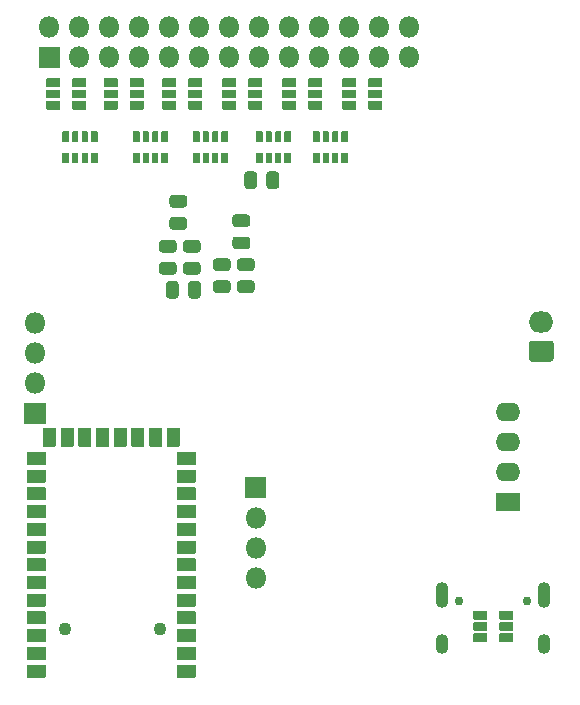
<source format=gbr>
%TF.GenerationSoftware,KiCad,Pcbnew,5.1.7-a382d34a8~88~ubuntu20.04.1*%
%TF.CreationDate,2021-01-11T19:53:58+01:00*%
%TF.ProjectId,BioElectricalSensor,42696f45-6c65-4637-9472-6963616c5365,rev?*%
%TF.SameCoordinates,Original*%
%TF.FileFunction,Soldermask,Bot*%
%TF.FilePolarity,Negative*%
%FSLAX46Y46*%
G04 Gerber Fmt 4.6, Leading zero omitted, Abs format (unit mm)*
G04 Created by KiCad (PCBNEW 5.1.7-a382d34a8~88~ubuntu20.04.1) date 2021-01-11 19:53:58*
%MOMM*%
%LPD*%
G01*
G04 APERTURE LIST*
%ADD10C,1.100000*%
%ADD11O,2.100000X1.800000*%
%ADD12O,1.800000X1.800000*%
%ADD13O,1.100000X2.200000*%
%ADD14C,0.750000*%
%ADD15O,1.100000X1.700000*%
%ADD16O,2.100000X1.600000*%
G04 APERTURE END LIST*
D10*
%TO.C,J5*%
X65164160Y-78439080D03*
X73164160Y-78439080D03*
%TD*%
D11*
%TO.C,BT1*%
X105483660Y-52432580D03*
G36*
G01*
X106268955Y-55832580D02*
X104698365Y-55832580D01*
G75*
G02*
X104433660Y-55567875I0J264705D01*
G01*
X104433660Y-54297285D01*
G75*
G02*
X104698365Y-54032580I264705J0D01*
G01*
X106268955Y-54032580D01*
G75*
G02*
X106533660Y-54297285I0J-264705D01*
G01*
X106533660Y-55567875D01*
G75*
G02*
X106268955Y-55832580I-264705J0D01*
G01*
G37*
%TD*%
%TO.C,U17*%
G36*
G01*
X61927660Y-82513080D02*
X61927660Y-81513080D01*
G75*
G02*
X61977660Y-81463080I50000J0D01*
G01*
X63477660Y-81463080D01*
G75*
G02*
X63527660Y-81513080I0J-50000D01*
G01*
X63527660Y-82513080D01*
G75*
G02*
X63477660Y-82563080I-50000J0D01*
G01*
X61977660Y-82563080D01*
G75*
G02*
X61927660Y-82513080I0J50000D01*
G01*
G37*
G36*
G01*
X61927660Y-81013080D02*
X61927660Y-80013080D01*
G75*
G02*
X61977660Y-79963080I50000J0D01*
G01*
X63477660Y-79963080D01*
G75*
G02*
X63527660Y-80013080I0J-50000D01*
G01*
X63527660Y-81013080D01*
G75*
G02*
X63477660Y-81063080I-50000J0D01*
G01*
X61977660Y-81063080D01*
G75*
G02*
X61927660Y-81013080I0J50000D01*
G01*
G37*
G36*
G01*
X61927660Y-79513080D02*
X61927660Y-78513080D01*
G75*
G02*
X61977660Y-78463080I50000J0D01*
G01*
X63477660Y-78463080D01*
G75*
G02*
X63527660Y-78513080I0J-50000D01*
G01*
X63527660Y-79513080D01*
G75*
G02*
X63477660Y-79563080I-50000J0D01*
G01*
X61977660Y-79563080D01*
G75*
G02*
X61927660Y-79513080I0J50000D01*
G01*
G37*
G36*
G01*
X61927660Y-78013080D02*
X61927660Y-77013080D01*
G75*
G02*
X61977660Y-76963080I50000J0D01*
G01*
X63477660Y-76963080D01*
G75*
G02*
X63527660Y-77013080I0J-50000D01*
G01*
X63527660Y-78013080D01*
G75*
G02*
X63477660Y-78063080I-50000J0D01*
G01*
X61977660Y-78063080D01*
G75*
G02*
X61927660Y-78013080I0J50000D01*
G01*
G37*
G36*
G01*
X61927660Y-76513080D02*
X61927660Y-75513080D01*
G75*
G02*
X61977660Y-75463080I50000J0D01*
G01*
X63477660Y-75463080D01*
G75*
G02*
X63527660Y-75513080I0J-50000D01*
G01*
X63527660Y-76513080D01*
G75*
G02*
X63477660Y-76563080I-50000J0D01*
G01*
X61977660Y-76563080D01*
G75*
G02*
X61927660Y-76513080I0J50000D01*
G01*
G37*
G36*
G01*
X61927660Y-75013080D02*
X61927660Y-74013080D01*
G75*
G02*
X61977660Y-73963080I50000J0D01*
G01*
X63477660Y-73963080D01*
G75*
G02*
X63527660Y-74013080I0J-50000D01*
G01*
X63527660Y-75013080D01*
G75*
G02*
X63477660Y-75063080I-50000J0D01*
G01*
X61977660Y-75063080D01*
G75*
G02*
X61927660Y-75013080I0J50000D01*
G01*
G37*
G36*
G01*
X61927660Y-73513080D02*
X61927660Y-72513080D01*
G75*
G02*
X61977660Y-72463080I50000J0D01*
G01*
X63477660Y-72463080D01*
G75*
G02*
X63527660Y-72513080I0J-50000D01*
G01*
X63527660Y-73513080D01*
G75*
G02*
X63477660Y-73563080I-50000J0D01*
G01*
X61977660Y-73563080D01*
G75*
G02*
X61927660Y-73513080I0J50000D01*
G01*
G37*
G36*
G01*
X61927660Y-72013080D02*
X61927660Y-71013080D01*
G75*
G02*
X61977660Y-70963080I50000J0D01*
G01*
X63477660Y-70963080D01*
G75*
G02*
X63527660Y-71013080I0J-50000D01*
G01*
X63527660Y-72013080D01*
G75*
G02*
X63477660Y-72063080I-50000J0D01*
G01*
X61977660Y-72063080D01*
G75*
G02*
X61927660Y-72013080I0J50000D01*
G01*
G37*
G36*
G01*
X61927660Y-70513080D02*
X61927660Y-69513080D01*
G75*
G02*
X61977660Y-69463080I50000J0D01*
G01*
X63477660Y-69463080D01*
G75*
G02*
X63527660Y-69513080I0J-50000D01*
G01*
X63527660Y-70513080D01*
G75*
G02*
X63477660Y-70563080I-50000J0D01*
G01*
X61977660Y-70563080D01*
G75*
G02*
X61927660Y-70513080I0J50000D01*
G01*
G37*
G36*
G01*
X61927660Y-69013080D02*
X61927660Y-68013080D01*
G75*
G02*
X61977660Y-67963080I50000J0D01*
G01*
X63477660Y-67963080D01*
G75*
G02*
X63527660Y-68013080I0J-50000D01*
G01*
X63527660Y-69013080D01*
G75*
G02*
X63477660Y-69063080I-50000J0D01*
G01*
X61977660Y-69063080D01*
G75*
G02*
X61927660Y-69013080I0J50000D01*
G01*
G37*
G36*
G01*
X61927660Y-67513080D02*
X61927660Y-66513080D01*
G75*
G02*
X61977660Y-66463080I50000J0D01*
G01*
X63477660Y-66463080D01*
G75*
G02*
X63527660Y-66513080I0J-50000D01*
G01*
X63527660Y-67513080D01*
G75*
G02*
X63477660Y-67563080I-50000J0D01*
G01*
X61977660Y-67563080D01*
G75*
G02*
X61927660Y-67513080I0J50000D01*
G01*
G37*
G36*
G01*
X61927660Y-66013080D02*
X61927660Y-65013080D01*
G75*
G02*
X61977660Y-64963080I50000J0D01*
G01*
X63477660Y-64963080D01*
G75*
G02*
X63527660Y-65013080I0J-50000D01*
G01*
X63527660Y-66013080D01*
G75*
G02*
X63477660Y-66063080I-50000J0D01*
G01*
X61977660Y-66063080D01*
G75*
G02*
X61927660Y-66013080I0J50000D01*
G01*
G37*
G36*
G01*
X61927660Y-64513080D02*
X61927660Y-63513080D01*
G75*
G02*
X61977660Y-63463080I50000J0D01*
G01*
X63477660Y-63463080D01*
G75*
G02*
X63527660Y-63513080I0J-50000D01*
G01*
X63527660Y-64513080D01*
G75*
G02*
X63477660Y-64563080I-50000J0D01*
G01*
X61977660Y-64563080D01*
G75*
G02*
X61927660Y-64513080I0J50000D01*
G01*
G37*
G36*
G01*
X74627660Y-64513080D02*
X74627660Y-63513080D01*
G75*
G02*
X74677660Y-63463080I50000J0D01*
G01*
X76177660Y-63463080D01*
G75*
G02*
X76227660Y-63513080I0J-50000D01*
G01*
X76227660Y-64513080D01*
G75*
G02*
X76177660Y-64563080I-50000J0D01*
G01*
X74677660Y-64563080D01*
G75*
G02*
X74627660Y-64513080I0J50000D01*
G01*
G37*
G36*
G01*
X74627660Y-66013080D02*
X74627660Y-65013080D01*
G75*
G02*
X74677660Y-64963080I50000J0D01*
G01*
X76177660Y-64963080D01*
G75*
G02*
X76227660Y-65013080I0J-50000D01*
G01*
X76227660Y-66013080D01*
G75*
G02*
X76177660Y-66063080I-50000J0D01*
G01*
X74677660Y-66063080D01*
G75*
G02*
X74627660Y-66013080I0J50000D01*
G01*
G37*
G36*
G01*
X74627660Y-67513080D02*
X74627660Y-66513080D01*
G75*
G02*
X74677660Y-66463080I50000J0D01*
G01*
X76177660Y-66463080D01*
G75*
G02*
X76227660Y-66513080I0J-50000D01*
G01*
X76227660Y-67513080D01*
G75*
G02*
X76177660Y-67563080I-50000J0D01*
G01*
X74677660Y-67563080D01*
G75*
G02*
X74627660Y-67513080I0J50000D01*
G01*
G37*
G36*
G01*
X74627660Y-69013080D02*
X74627660Y-68013080D01*
G75*
G02*
X74677660Y-67963080I50000J0D01*
G01*
X76177660Y-67963080D01*
G75*
G02*
X76227660Y-68013080I0J-50000D01*
G01*
X76227660Y-69013080D01*
G75*
G02*
X76177660Y-69063080I-50000J0D01*
G01*
X74677660Y-69063080D01*
G75*
G02*
X74627660Y-69013080I0J50000D01*
G01*
G37*
G36*
G01*
X74627660Y-70513080D02*
X74627660Y-69513080D01*
G75*
G02*
X74677660Y-69463080I50000J0D01*
G01*
X76177660Y-69463080D01*
G75*
G02*
X76227660Y-69513080I0J-50000D01*
G01*
X76227660Y-70513080D01*
G75*
G02*
X76177660Y-70563080I-50000J0D01*
G01*
X74677660Y-70563080D01*
G75*
G02*
X74627660Y-70513080I0J50000D01*
G01*
G37*
G36*
G01*
X74627660Y-72013080D02*
X74627660Y-71013080D01*
G75*
G02*
X74677660Y-70963080I50000J0D01*
G01*
X76177660Y-70963080D01*
G75*
G02*
X76227660Y-71013080I0J-50000D01*
G01*
X76227660Y-72013080D01*
G75*
G02*
X76177660Y-72063080I-50000J0D01*
G01*
X74677660Y-72063080D01*
G75*
G02*
X74627660Y-72013080I0J50000D01*
G01*
G37*
G36*
G01*
X74627660Y-73513080D02*
X74627660Y-72513080D01*
G75*
G02*
X74677660Y-72463080I50000J0D01*
G01*
X76177660Y-72463080D01*
G75*
G02*
X76227660Y-72513080I0J-50000D01*
G01*
X76227660Y-73513080D01*
G75*
G02*
X76177660Y-73563080I-50000J0D01*
G01*
X74677660Y-73563080D01*
G75*
G02*
X74627660Y-73513080I0J50000D01*
G01*
G37*
G36*
G01*
X74627660Y-75013080D02*
X74627660Y-74013080D01*
G75*
G02*
X74677660Y-73963080I50000J0D01*
G01*
X76177660Y-73963080D01*
G75*
G02*
X76227660Y-74013080I0J-50000D01*
G01*
X76227660Y-75013080D01*
G75*
G02*
X76177660Y-75063080I-50000J0D01*
G01*
X74677660Y-75063080D01*
G75*
G02*
X74627660Y-75013080I0J50000D01*
G01*
G37*
G36*
G01*
X74627660Y-76513080D02*
X74627660Y-75513080D01*
G75*
G02*
X74677660Y-75463080I50000J0D01*
G01*
X76177660Y-75463080D01*
G75*
G02*
X76227660Y-75513080I0J-50000D01*
G01*
X76227660Y-76513080D01*
G75*
G02*
X76177660Y-76563080I-50000J0D01*
G01*
X74677660Y-76563080D01*
G75*
G02*
X74627660Y-76513080I0J50000D01*
G01*
G37*
G36*
G01*
X74627660Y-78013080D02*
X74627660Y-77013080D01*
G75*
G02*
X74677660Y-76963080I50000J0D01*
G01*
X76177660Y-76963080D01*
G75*
G02*
X76227660Y-77013080I0J-50000D01*
G01*
X76227660Y-78013080D01*
G75*
G02*
X76177660Y-78063080I-50000J0D01*
G01*
X74677660Y-78063080D01*
G75*
G02*
X74627660Y-78013080I0J50000D01*
G01*
G37*
G36*
G01*
X74627660Y-79513080D02*
X74627660Y-78513080D01*
G75*
G02*
X74677660Y-78463080I50000J0D01*
G01*
X76177660Y-78463080D01*
G75*
G02*
X76227660Y-78513080I0J-50000D01*
G01*
X76227660Y-79513080D01*
G75*
G02*
X76177660Y-79563080I-50000J0D01*
G01*
X74677660Y-79563080D01*
G75*
G02*
X74627660Y-79513080I0J50000D01*
G01*
G37*
G36*
G01*
X74627660Y-81013080D02*
X74627660Y-80013080D01*
G75*
G02*
X74677660Y-79963080I50000J0D01*
G01*
X76177660Y-79963080D01*
G75*
G02*
X76227660Y-80013080I0J-50000D01*
G01*
X76227660Y-81013080D01*
G75*
G02*
X76177660Y-81063080I-50000J0D01*
G01*
X74677660Y-81063080D01*
G75*
G02*
X74627660Y-81013080I0J50000D01*
G01*
G37*
G36*
G01*
X74627660Y-82513080D02*
X74627660Y-81513080D01*
G75*
G02*
X74677660Y-81463080I50000J0D01*
G01*
X76177660Y-81463080D01*
G75*
G02*
X76227660Y-81513080I0J-50000D01*
G01*
X76227660Y-82513080D01*
G75*
G02*
X76177660Y-82563080I-50000J0D01*
G01*
X74677660Y-82563080D01*
G75*
G02*
X74627660Y-82513080I0J50000D01*
G01*
G37*
G36*
G01*
X63277660Y-62963080D02*
X63277660Y-61463080D01*
G75*
G02*
X63327660Y-61413080I50000J0D01*
G01*
X64327660Y-61413080D01*
G75*
G02*
X64377660Y-61463080I0J-50000D01*
G01*
X64377660Y-62963080D01*
G75*
G02*
X64327660Y-63013080I-50000J0D01*
G01*
X63327660Y-63013080D01*
G75*
G02*
X63277660Y-62963080I0J50000D01*
G01*
G37*
G36*
G01*
X64777660Y-62963080D02*
X64777660Y-61463080D01*
G75*
G02*
X64827660Y-61413080I50000J0D01*
G01*
X65827660Y-61413080D01*
G75*
G02*
X65877660Y-61463080I0J-50000D01*
G01*
X65877660Y-62963080D01*
G75*
G02*
X65827660Y-63013080I-50000J0D01*
G01*
X64827660Y-63013080D01*
G75*
G02*
X64777660Y-62963080I0J50000D01*
G01*
G37*
G36*
G01*
X66277660Y-62963080D02*
X66277660Y-61463080D01*
G75*
G02*
X66327660Y-61413080I50000J0D01*
G01*
X67327660Y-61413080D01*
G75*
G02*
X67377660Y-61463080I0J-50000D01*
G01*
X67377660Y-62963080D01*
G75*
G02*
X67327660Y-63013080I-50000J0D01*
G01*
X66327660Y-63013080D01*
G75*
G02*
X66277660Y-62963080I0J50000D01*
G01*
G37*
G36*
G01*
X67777660Y-62963080D02*
X67777660Y-61463080D01*
G75*
G02*
X67827660Y-61413080I50000J0D01*
G01*
X68827660Y-61413080D01*
G75*
G02*
X68877660Y-61463080I0J-50000D01*
G01*
X68877660Y-62963080D01*
G75*
G02*
X68827660Y-63013080I-50000J0D01*
G01*
X67827660Y-63013080D01*
G75*
G02*
X67777660Y-62963080I0J50000D01*
G01*
G37*
G36*
G01*
X69277660Y-62963080D02*
X69277660Y-61463080D01*
G75*
G02*
X69327660Y-61413080I50000J0D01*
G01*
X70327660Y-61413080D01*
G75*
G02*
X70377660Y-61463080I0J-50000D01*
G01*
X70377660Y-62963080D01*
G75*
G02*
X70327660Y-63013080I-50000J0D01*
G01*
X69327660Y-63013080D01*
G75*
G02*
X69277660Y-62963080I0J50000D01*
G01*
G37*
G36*
G01*
X70777660Y-62963080D02*
X70777660Y-61463080D01*
G75*
G02*
X70827660Y-61413080I50000J0D01*
G01*
X71827660Y-61413080D01*
G75*
G02*
X71877660Y-61463080I0J-50000D01*
G01*
X71877660Y-62963080D01*
G75*
G02*
X71827660Y-63013080I-50000J0D01*
G01*
X70827660Y-63013080D01*
G75*
G02*
X70777660Y-62963080I0J50000D01*
G01*
G37*
G36*
G01*
X72277660Y-62963080D02*
X72277660Y-61463080D01*
G75*
G02*
X72327660Y-61413080I50000J0D01*
G01*
X73327660Y-61413080D01*
G75*
G02*
X73377660Y-61463080I0J-50000D01*
G01*
X73377660Y-62963080D01*
G75*
G02*
X73327660Y-63013080I-50000J0D01*
G01*
X72327660Y-63013080D01*
G75*
G02*
X72277660Y-62963080I0J50000D01*
G01*
G37*
G36*
G01*
X73777660Y-62963080D02*
X73777660Y-61463080D01*
G75*
G02*
X73827660Y-61413080I50000J0D01*
G01*
X74827660Y-61413080D01*
G75*
G02*
X74877660Y-61463080I0J-50000D01*
G01*
X74877660Y-62963080D01*
G75*
G02*
X74827660Y-63013080I-50000J0D01*
G01*
X73827660Y-63013080D01*
G75*
G02*
X73777660Y-62963080I0J50000D01*
G01*
G37*
%TD*%
D12*
%TO.C,J2*%
X81290160Y-74109580D03*
X81290160Y-71569580D03*
X81290160Y-69029580D03*
G36*
G01*
X80390160Y-67339580D02*
X80390160Y-65639580D01*
G75*
G02*
X80440160Y-65589580I50000J0D01*
G01*
X82140160Y-65589580D01*
G75*
G02*
X82190160Y-65639580I0J-50000D01*
G01*
X82190160Y-67339580D01*
G75*
G02*
X82140160Y-67389580I-50000J0D01*
G01*
X80440160Y-67389580D01*
G75*
G02*
X80390160Y-67339580I0J50000D01*
G01*
G37*
%TD*%
%TO.C,C33*%
G36*
G01*
X75579160Y-50206830D02*
X75579160Y-49244330D01*
G75*
G02*
X75847910Y-48975580I268750J0D01*
G01*
X76385410Y-48975580D01*
G75*
G02*
X76654160Y-49244330I0J-268750D01*
G01*
X76654160Y-50206830D01*
G75*
G02*
X76385410Y-50475580I-268750J0D01*
G01*
X75847910Y-50475580D01*
G75*
G02*
X75579160Y-50206830I0J268750D01*
G01*
G37*
G36*
G01*
X73704160Y-50206830D02*
X73704160Y-49244330D01*
G75*
G02*
X73972910Y-48975580I268750J0D01*
G01*
X74510410Y-48975580D01*
G75*
G02*
X74779160Y-49244330I0J-268750D01*
G01*
X74779160Y-50206830D01*
G75*
G02*
X74510410Y-50475580I-268750J0D01*
G01*
X73972910Y-50475580D01*
G75*
G02*
X73704160Y-50206830I0J268750D01*
G01*
G37*
%TD*%
D13*
%TO.C,P1*%
X105711660Y-75532580D03*
X97071660Y-75532580D03*
D14*
X98501660Y-76062580D03*
D15*
X97071660Y-79712580D03*
D14*
X104281660Y-76062580D03*
D15*
X105711660Y-79712580D03*
%TD*%
%TO.C,CN3*%
G36*
G01*
X78423660Y-38121580D02*
X78923660Y-38121580D01*
G75*
G02*
X78973660Y-38171580I0J-50000D01*
G01*
X78973660Y-38971580D01*
G75*
G02*
X78923660Y-39021580I-50000J0D01*
G01*
X78423660Y-39021580D01*
G75*
G02*
X78373660Y-38971580I0J50000D01*
G01*
X78373660Y-38171580D01*
G75*
G02*
X78423660Y-38121580I50000J0D01*
G01*
G37*
G36*
G01*
X77673660Y-38121580D02*
X78073660Y-38121580D01*
G75*
G02*
X78123660Y-38171580I0J-50000D01*
G01*
X78123660Y-38971580D01*
G75*
G02*
X78073660Y-39021580I-50000J0D01*
G01*
X77673660Y-39021580D01*
G75*
G02*
X77623660Y-38971580I0J50000D01*
G01*
X77623660Y-38171580D01*
G75*
G02*
X77673660Y-38121580I50000J0D01*
G01*
G37*
G36*
G01*
X76023660Y-38121580D02*
X76523660Y-38121580D01*
G75*
G02*
X76573660Y-38171580I0J-50000D01*
G01*
X76573660Y-38971580D01*
G75*
G02*
X76523660Y-39021580I-50000J0D01*
G01*
X76023660Y-39021580D01*
G75*
G02*
X75973660Y-38971580I0J50000D01*
G01*
X75973660Y-38171580D01*
G75*
G02*
X76023660Y-38121580I50000J0D01*
G01*
G37*
G36*
G01*
X76873660Y-38121580D02*
X77273660Y-38121580D01*
G75*
G02*
X77323660Y-38171580I0J-50000D01*
G01*
X77323660Y-38971580D01*
G75*
G02*
X77273660Y-39021580I-50000J0D01*
G01*
X76873660Y-39021580D01*
G75*
G02*
X76823660Y-38971580I0J50000D01*
G01*
X76823660Y-38171580D01*
G75*
G02*
X76873660Y-38121580I50000J0D01*
G01*
G37*
G36*
G01*
X78423660Y-36321580D02*
X78923660Y-36321580D01*
G75*
G02*
X78973660Y-36371580I0J-50000D01*
G01*
X78973660Y-37171580D01*
G75*
G02*
X78923660Y-37221580I-50000J0D01*
G01*
X78423660Y-37221580D01*
G75*
G02*
X78373660Y-37171580I0J50000D01*
G01*
X78373660Y-36371580D01*
G75*
G02*
X78423660Y-36321580I50000J0D01*
G01*
G37*
G36*
G01*
X76873660Y-36321580D02*
X77273660Y-36321580D01*
G75*
G02*
X77323660Y-36371580I0J-50000D01*
G01*
X77323660Y-37171580D01*
G75*
G02*
X77273660Y-37221580I-50000J0D01*
G01*
X76873660Y-37221580D01*
G75*
G02*
X76823660Y-37171580I0J50000D01*
G01*
X76823660Y-36371580D01*
G75*
G02*
X76873660Y-36321580I50000J0D01*
G01*
G37*
G36*
G01*
X77673660Y-36321580D02*
X78073660Y-36321580D01*
G75*
G02*
X78123660Y-36371580I0J-50000D01*
G01*
X78123660Y-37171580D01*
G75*
G02*
X78073660Y-37221580I-50000J0D01*
G01*
X77673660Y-37221580D01*
G75*
G02*
X77623660Y-37171580I0J50000D01*
G01*
X77623660Y-36371580D01*
G75*
G02*
X77673660Y-36321580I50000J0D01*
G01*
G37*
G36*
G01*
X76023660Y-36321580D02*
X76523660Y-36321580D01*
G75*
G02*
X76573660Y-36371580I0J-50000D01*
G01*
X76573660Y-37171580D01*
G75*
G02*
X76523660Y-37221580I-50000J0D01*
G01*
X76023660Y-37221580D01*
G75*
G02*
X75973660Y-37171580I0J50000D01*
G01*
X75973660Y-36371580D01*
G75*
G02*
X76023660Y-36321580I50000J0D01*
G01*
G37*
%TD*%
%TO.C,CN2*%
G36*
G01*
X83757660Y-38121580D02*
X84257660Y-38121580D01*
G75*
G02*
X84307660Y-38171580I0J-50000D01*
G01*
X84307660Y-38971580D01*
G75*
G02*
X84257660Y-39021580I-50000J0D01*
G01*
X83757660Y-39021580D01*
G75*
G02*
X83707660Y-38971580I0J50000D01*
G01*
X83707660Y-38171580D01*
G75*
G02*
X83757660Y-38121580I50000J0D01*
G01*
G37*
G36*
G01*
X83007660Y-38121580D02*
X83407660Y-38121580D01*
G75*
G02*
X83457660Y-38171580I0J-50000D01*
G01*
X83457660Y-38971580D01*
G75*
G02*
X83407660Y-39021580I-50000J0D01*
G01*
X83007660Y-39021580D01*
G75*
G02*
X82957660Y-38971580I0J50000D01*
G01*
X82957660Y-38171580D01*
G75*
G02*
X83007660Y-38121580I50000J0D01*
G01*
G37*
G36*
G01*
X81357660Y-38121580D02*
X81857660Y-38121580D01*
G75*
G02*
X81907660Y-38171580I0J-50000D01*
G01*
X81907660Y-38971580D01*
G75*
G02*
X81857660Y-39021580I-50000J0D01*
G01*
X81357660Y-39021580D01*
G75*
G02*
X81307660Y-38971580I0J50000D01*
G01*
X81307660Y-38171580D01*
G75*
G02*
X81357660Y-38121580I50000J0D01*
G01*
G37*
G36*
G01*
X82207660Y-38121580D02*
X82607660Y-38121580D01*
G75*
G02*
X82657660Y-38171580I0J-50000D01*
G01*
X82657660Y-38971580D01*
G75*
G02*
X82607660Y-39021580I-50000J0D01*
G01*
X82207660Y-39021580D01*
G75*
G02*
X82157660Y-38971580I0J50000D01*
G01*
X82157660Y-38171580D01*
G75*
G02*
X82207660Y-38121580I50000J0D01*
G01*
G37*
G36*
G01*
X83757660Y-36321580D02*
X84257660Y-36321580D01*
G75*
G02*
X84307660Y-36371580I0J-50000D01*
G01*
X84307660Y-37171580D01*
G75*
G02*
X84257660Y-37221580I-50000J0D01*
G01*
X83757660Y-37221580D01*
G75*
G02*
X83707660Y-37171580I0J50000D01*
G01*
X83707660Y-36371580D01*
G75*
G02*
X83757660Y-36321580I50000J0D01*
G01*
G37*
G36*
G01*
X82207660Y-36321580D02*
X82607660Y-36321580D01*
G75*
G02*
X82657660Y-36371580I0J-50000D01*
G01*
X82657660Y-37171580D01*
G75*
G02*
X82607660Y-37221580I-50000J0D01*
G01*
X82207660Y-37221580D01*
G75*
G02*
X82157660Y-37171580I0J50000D01*
G01*
X82157660Y-36371580D01*
G75*
G02*
X82207660Y-36321580I50000J0D01*
G01*
G37*
G36*
G01*
X83007660Y-36321580D02*
X83407660Y-36321580D01*
G75*
G02*
X83457660Y-36371580I0J-50000D01*
G01*
X83457660Y-37171580D01*
G75*
G02*
X83407660Y-37221580I-50000J0D01*
G01*
X83007660Y-37221580D01*
G75*
G02*
X82957660Y-37171580I0J50000D01*
G01*
X82957660Y-36371580D01*
G75*
G02*
X83007660Y-36321580I50000J0D01*
G01*
G37*
G36*
G01*
X81357660Y-36321580D02*
X81857660Y-36321580D01*
G75*
G02*
X81907660Y-36371580I0J-50000D01*
G01*
X81907660Y-37171580D01*
G75*
G02*
X81857660Y-37221580I-50000J0D01*
G01*
X81357660Y-37221580D01*
G75*
G02*
X81307660Y-37171580I0J50000D01*
G01*
X81307660Y-36371580D01*
G75*
G02*
X81357660Y-36321580I50000J0D01*
G01*
G37*
%TD*%
%TO.C,U12*%
G36*
G01*
X75607660Y-33474580D02*
X75607660Y-32824580D01*
G75*
G02*
X75657660Y-32774580I50000J0D01*
G01*
X76717660Y-32774580D01*
G75*
G02*
X76767660Y-32824580I0J-50000D01*
G01*
X76767660Y-33474580D01*
G75*
G02*
X76717660Y-33524580I-50000J0D01*
G01*
X75657660Y-33524580D01*
G75*
G02*
X75607660Y-33474580I0J50000D01*
G01*
G37*
G36*
G01*
X75607660Y-34424580D02*
X75607660Y-33774580D01*
G75*
G02*
X75657660Y-33724580I50000J0D01*
G01*
X76717660Y-33724580D01*
G75*
G02*
X76767660Y-33774580I0J-50000D01*
G01*
X76767660Y-34424580D01*
G75*
G02*
X76717660Y-34474580I-50000J0D01*
G01*
X75657660Y-34474580D01*
G75*
G02*
X75607660Y-34424580I0J50000D01*
G01*
G37*
G36*
G01*
X75607660Y-32524580D02*
X75607660Y-31874580D01*
G75*
G02*
X75657660Y-31824580I50000J0D01*
G01*
X76717660Y-31824580D01*
G75*
G02*
X76767660Y-31874580I0J-50000D01*
G01*
X76767660Y-32524580D01*
G75*
G02*
X76717660Y-32574580I-50000J0D01*
G01*
X75657660Y-32574580D01*
G75*
G02*
X75607660Y-32524580I0J50000D01*
G01*
G37*
G36*
G01*
X73407660Y-32524580D02*
X73407660Y-31874580D01*
G75*
G02*
X73457660Y-31824580I50000J0D01*
G01*
X74517660Y-31824580D01*
G75*
G02*
X74567660Y-31874580I0J-50000D01*
G01*
X74567660Y-32524580D01*
G75*
G02*
X74517660Y-32574580I-50000J0D01*
G01*
X73457660Y-32574580D01*
G75*
G02*
X73407660Y-32524580I0J50000D01*
G01*
G37*
G36*
G01*
X73407660Y-33474580D02*
X73407660Y-32824580D01*
G75*
G02*
X73457660Y-32774580I50000J0D01*
G01*
X74517660Y-32774580D01*
G75*
G02*
X74567660Y-32824580I0J-50000D01*
G01*
X74567660Y-33474580D01*
G75*
G02*
X74517660Y-33524580I-50000J0D01*
G01*
X73457660Y-33524580D01*
G75*
G02*
X73407660Y-33474580I0J50000D01*
G01*
G37*
G36*
G01*
X73407660Y-34424580D02*
X73407660Y-33774580D01*
G75*
G02*
X73457660Y-33724580I50000J0D01*
G01*
X74517660Y-33724580D01*
G75*
G02*
X74567660Y-33774580I0J-50000D01*
G01*
X74567660Y-34424580D01*
G75*
G02*
X74517660Y-34474580I-50000J0D01*
G01*
X73457660Y-34474580D01*
G75*
G02*
X73407660Y-34424580I0J50000D01*
G01*
G37*
%TD*%
%TO.C,U7*%
G36*
G01*
X85767660Y-33474580D02*
X85767660Y-32824580D01*
G75*
G02*
X85817660Y-32774580I50000J0D01*
G01*
X86877660Y-32774580D01*
G75*
G02*
X86927660Y-32824580I0J-50000D01*
G01*
X86927660Y-33474580D01*
G75*
G02*
X86877660Y-33524580I-50000J0D01*
G01*
X85817660Y-33524580D01*
G75*
G02*
X85767660Y-33474580I0J50000D01*
G01*
G37*
G36*
G01*
X85767660Y-34424580D02*
X85767660Y-33774580D01*
G75*
G02*
X85817660Y-33724580I50000J0D01*
G01*
X86877660Y-33724580D01*
G75*
G02*
X86927660Y-33774580I0J-50000D01*
G01*
X86927660Y-34424580D01*
G75*
G02*
X86877660Y-34474580I-50000J0D01*
G01*
X85817660Y-34474580D01*
G75*
G02*
X85767660Y-34424580I0J50000D01*
G01*
G37*
G36*
G01*
X85767660Y-32524580D02*
X85767660Y-31874580D01*
G75*
G02*
X85817660Y-31824580I50000J0D01*
G01*
X86877660Y-31824580D01*
G75*
G02*
X86927660Y-31874580I0J-50000D01*
G01*
X86927660Y-32524580D01*
G75*
G02*
X86877660Y-32574580I-50000J0D01*
G01*
X85817660Y-32574580D01*
G75*
G02*
X85767660Y-32524580I0J50000D01*
G01*
G37*
G36*
G01*
X83567660Y-32524580D02*
X83567660Y-31874580D01*
G75*
G02*
X83617660Y-31824580I50000J0D01*
G01*
X84677660Y-31824580D01*
G75*
G02*
X84727660Y-31874580I0J-50000D01*
G01*
X84727660Y-32524580D01*
G75*
G02*
X84677660Y-32574580I-50000J0D01*
G01*
X83617660Y-32574580D01*
G75*
G02*
X83567660Y-32524580I0J50000D01*
G01*
G37*
G36*
G01*
X83567660Y-33474580D02*
X83567660Y-32824580D01*
G75*
G02*
X83617660Y-32774580I50000J0D01*
G01*
X84677660Y-32774580D01*
G75*
G02*
X84727660Y-32824580I0J-50000D01*
G01*
X84727660Y-33474580D01*
G75*
G02*
X84677660Y-33524580I-50000J0D01*
G01*
X83617660Y-33524580D01*
G75*
G02*
X83567660Y-33474580I0J50000D01*
G01*
G37*
G36*
G01*
X83567660Y-34424580D02*
X83567660Y-33774580D01*
G75*
G02*
X83617660Y-33724580I50000J0D01*
G01*
X84677660Y-33724580D01*
G75*
G02*
X84727660Y-33774580I0J-50000D01*
G01*
X84727660Y-34424580D01*
G75*
G02*
X84677660Y-34474580I-50000J0D01*
G01*
X83617660Y-34474580D01*
G75*
G02*
X83567660Y-34424580I0J50000D01*
G01*
G37*
%TD*%
%TO.C,U14*%
G36*
G01*
X90847660Y-33474580D02*
X90847660Y-32824580D01*
G75*
G02*
X90897660Y-32774580I50000J0D01*
G01*
X91957660Y-32774580D01*
G75*
G02*
X92007660Y-32824580I0J-50000D01*
G01*
X92007660Y-33474580D01*
G75*
G02*
X91957660Y-33524580I-50000J0D01*
G01*
X90897660Y-33524580D01*
G75*
G02*
X90847660Y-33474580I0J50000D01*
G01*
G37*
G36*
G01*
X90847660Y-34424580D02*
X90847660Y-33774580D01*
G75*
G02*
X90897660Y-33724580I50000J0D01*
G01*
X91957660Y-33724580D01*
G75*
G02*
X92007660Y-33774580I0J-50000D01*
G01*
X92007660Y-34424580D01*
G75*
G02*
X91957660Y-34474580I-50000J0D01*
G01*
X90897660Y-34474580D01*
G75*
G02*
X90847660Y-34424580I0J50000D01*
G01*
G37*
G36*
G01*
X90847660Y-32524580D02*
X90847660Y-31874580D01*
G75*
G02*
X90897660Y-31824580I50000J0D01*
G01*
X91957660Y-31824580D01*
G75*
G02*
X92007660Y-31874580I0J-50000D01*
G01*
X92007660Y-32524580D01*
G75*
G02*
X91957660Y-32574580I-50000J0D01*
G01*
X90897660Y-32574580D01*
G75*
G02*
X90847660Y-32524580I0J50000D01*
G01*
G37*
G36*
G01*
X88647660Y-32524580D02*
X88647660Y-31874580D01*
G75*
G02*
X88697660Y-31824580I50000J0D01*
G01*
X89757660Y-31824580D01*
G75*
G02*
X89807660Y-31874580I0J-50000D01*
G01*
X89807660Y-32524580D01*
G75*
G02*
X89757660Y-32574580I-50000J0D01*
G01*
X88697660Y-32574580D01*
G75*
G02*
X88647660Y-32524580I0J50000D01*
G01*
G37*
G36*
G01*
X88647660Y-33474580D02*
X88647660Y-32824580D01*
G75*
G02*
X88697660Y-32774580I50000J0D01*
G01*
X89757660Y-32774580D01*
G75*
G02*
X89807660Y-32824580I0J-50000D01*
G01*
X89807660Y-33474580D01*
G75*
G02*
X89757660Y-33524580I-50000J0D01*
G01*
X88697660Y-33524580D01*
G75*
G02*
X88647660Y-33474580I0J50000D01*
G01*
G37*
G36*
G01*
X88647660Y-34424580D02*
X88647660Y-33774580D01*
G75*
G02*
X88697660Y-33724580I50000J0D01*
G01*
X89757660Y-33724580D01*
G75*
G02*
X89807660Y-33774580I0J-50000D01*
G01*
X89807660Y-34424580D01*
G75*
G02*
X89757660Y-34474580I-50000J0D01*
G01*
X88697660Y-34474580D01*
G75*
G02*
X88647660Y-34424580I0J50000D01*
G01*
G37*
%TD*%
%TO.C,U16*%
G36*
G01*
X65787660Y-33474580D02*
X65787660Y-32824580D01*
G75*
G02*
X65837660Y-32774580I50000J0D01*
G01*
X66897660Y-32774580D01*
G75*
G02*
X66947660Y-32824580I0J-50000D01*
G01*
X66947660Y-33474580D01*
G75*
G02*
X66897660Y-33524580I-50000J0D01*
G01*
X65837660Y-33524580D01*
G75*
G02*
X65787660Y-33474580I0J50000D01*
G01*
G37*
G36*
G01*
X65787660Y-34424580D02*
X65787660Y-33774580D01*
G75*
G02*
X65837660Y-33724580I50000J0D01*
G01*
X66897660Y-33724580D01*
G75*
G02*
X66947660Y-33774580I0J-50000D01*
G01*
X66947660Y-34424580D01*
G75*
G02*
X66897660Y-34474580I-50000J0D01*
G01*
X65837660Y-34474580D01*
G75*
G02*
X65787660Y-34424580I0J50000D01*
G01*
G37*
G36*
G01*
X65787660Y-32524580D02*
X65787660Y-31874580D01*
G75*
G02*
X65837660Y-31824580I50000J0D01*
G01*
X66897660Y-31824580D01*
G75*
G02*
X66947660Y-31874580I0J-50000D01*
G01*
X66947660Y-32524580D01*
G75*
G02*
X66897660Y-32574580I-50000J0D01*
G01*
X65837660Y-32574580D01*
G75*
G02*
X65787660Y-32524580I0J50000D01*
G01*
G37*
G36*
G01*
X63587660Y-32524580D02*
X63587660Y-31874580D01*
G75*
G02*
X63637660Y-31824580I50000J0D01*
G01*
X64697660Y-31824580D01*
G75*
G02*
X64747660Y-31874580I0J-50000D01*
G01*
X64747660Y-32524580D01*
G75*
G02*
X64697660Y-32574580I-50000J0D01*
G01*
X63637660Y-32574580D01*
G75*
G02*
X63587660Y-32524580I0J50000D01*
G01*
G37*
G36*
G01*
X63587660Y-33474580D02*
X63587660Y-32824580D01*
G75*
G02*
X63637660Y-32774580I50000J0D01*
G01*
X64697660Y-32774580D01*
G75*
G02*
X64747660Y-32824580I0J-50000D01*
G01*
X64747660Y-33474580D01*
G75*
G02*
X64697660Y-33524580I-50000J0D01*
G01*
X63637660Y-33524580D01*
G75*
G02*
X63587660Y-33474580I0J50000D01*
G01*
G37*
G36*
G01*
X63587660Y-34424580D02*
X63587660Y-33774580D01*
G75*
G02*
X63637660Y-33724580I50000J0D01*
G01*
X64697660Y-33724580D01*
G75*
G02*
X64747660Y-33774580I0J-50000D01*
G01*
X64747660Y-34424580D01*
G75*
G02*
X64697660Y-34474580I-50000J0D01*
G01*
X63637660Y-34474580D01*
G75*
G02*
X63587660Y-34424580I0J50000D01*
G01*
G37*
%TD*%
%TO.C,U13*%
G36*
G01*
X70654660Y-33474580D02*
X70654660Y-32824580D01*
G75*
G02*
X70704660Y-32774580I50000J0D01*
G01*
X71764660Y-32774580D01*
G75*
G02*
X71814660Y-32824580I0J-50000D01*
G01*
X71814660Y-33474580D01*
G75*
G02*
X71764660Y-33524580I-50000J0D01*
G01*
X70704660Y-33524580D01*
G75*
G02*
X70654660Y-33474580I0J50000D01*
G01*
G37*
G36*
G01*
X70654660Y-34424580D02*
X70654660Y-33774580D01*
G75*
G02*
X70704660Y-33724580I50000J0D01*
G01*
X71764660Y-33724580D01*
G75*
G02*
X71814660Y-33774580I0J-50000D01*
G01*
X71814660Y-34424580D01*
G75*
G02*
X71764660Y-34474580I-50000J0D01*
G01*
X70704660Y-34474580D01*
G75*
G02*
X70654660Y-34424580I0J50000D01*
G01*
G37*
G36*
G01*
X70654660Y-32524580D02*
X70654660Y-31874580D01*
G75*
G02*
X70704660Y-31824580I50000J0D01*
G01*
X71764660Y-31824580D01*
G75*
G02*
X71814660Y-31874580I0J-50000D01*
G01*
X71814660Y-32524580D01*
G75*
G02*
X71764660Y-32574580I-50000J0D01*
G01*
X70704660Y-32574580D01*
G75*
G02*
X70654660Y-32524580I0J50000D01*
G01*
G37*
G36*
G01*
X68454660Y-32524580D02*
X68454660Y-31874580D01*
G75*
G02*
X68504660Y-31824580I50000J0D01*
G01*
X69564660Y-31824580D01*
G75*
G02*
X69614660Y-31874580I0J-50000D01*
G01*
X69614660Y-32524580D01*
G75*
G02*
X69564660Y-32574580I-50000J0D01*
G01*
X68504660Y-32574580D01*
G75*
G02*
X68454660Y-32524580I0J50000D01*
G01*
G37*
G36*
G01*
X68454660Y-33474580D02*
X68454660Y-32824580D01*
G75*
G02*
X68504660Y-32774580I50000J0D01*
G01*
X69564660Y-32774580D01*
G75*
G02*
X69614660Y-32824580I0J-50000D01*
G01*
X69614660Y-33474580D01*
G75*
G02*
X69564660Y-33524580I-50000J0D01*
G01*
X68504660Y-33524580D01*
G75*
G02*
X68454660Y-33474580I0J50000D01*
G01*
G37*
G36*
G01*
X68454660Y-34424580D02*
X68454660Y-33774580D01*
G75*
G02*
X68504660Y-33724580I50000J0D01*
G01*
X69564660Y-33724580D01*
G75*
G02*
X69614660Y-33774580I0J-50000D01*
G01*
X69614660Y-34424580D01*
G75*
G02*
X69564660Y-34474580I-50000J0D01*
G01*
X68504660Y-34474580D01*
G75*
G02*
X68454660Y-34424580I0J50000D01*
G01*
G37*
%TD*%
%TO.C,U9*%
G36*
G01*
X80687660Y-33474580D02*
X80687660Y-32824580D01*
G75*
G02*
X80737660Y-32774580I50000J0D01*
G01*
X81797660Y-32774580D01*
G75*
G02*
X81847660Y-32824580I0J-50000D01*
G01*
X81847660Y-33474580D01*
G75*
G02*
X81797660Y-33524580I-50000J0D01*
G01*
X80737660Y-33524580D01*
G75*
G02*
X80687660Y-33474580I0J50000D01*
G01*
G37*
G36*
G01*
X80687660Y-34424580D02*
X80687660Y-33774580D01*
G75*
G02*
X80737660Y-33724580I50000J0D01*
G01*
X81797660Y-33724580D01*
G75*
G02*
X81847660Y-33774580I0J-50000D01*
G01*
X81847660Y-34424580D01*
G75*
G02*
X81797660Y-34474580I-50000J0D01*
G01*
X80737660Y-34474580D01*
G75*
G02*
X80687660Y-34424580I0J50000D01*
G01*
G37*
G36*
G01*
X80687660Y-32524580D02*
X80687660Y-31874580D01*
G75*
G02*
X80737660Y-31824580I50000J0D01*
G01*
X81797660Y-31824580D01*
G75*
G02*
X81847660Y-31874580I0J-50000D01*
G01*
X81847660Y-32524580D01*
G75*
G02*
X81797660Y-32574580I-50000J0D01*
G01*
X80737660Y-32574580D01*
G75*
G02*
X80687660Y-32524580I0J50000D01*
G01*
G37*
G36*
G01*
X78487660Y-32524580D02*
X78487660Y-31874580D01*
G75*
G02*
X78537660Y-31824580I50000J0D01*
G01*
X79597660Y-31824580D01*
G75*
G02*
X79647660Y-31874580I0J-50000D01*
G01*
X79647660Y-32524580D01*
G75*
G02*
X79597660Y-32574580I-50000J0D01*
G01*
X78537660Y-32574580D01*
G75*
G02*
X78487660Y-32524580I0J50000D01*
G01*
G37*
G36*
G01*
X78487660Y-33474580D02*
X78487660Y-32824580D01*
G75*
G02*
X78537660Y-32774580I50000J0D01*
G01*
X79597660Y-32774580D01*
G75*
G02*
X79647660Y-32824580I0J-50000D01*
G01*
X79647660Y-33474580D01*
G75*
G02*
X79597660Y-33524580I-50000J0D01*
G01*
X78537660Y-33524580D01*
G75*
G02*
X78487660Y-33474580I0J50000D01*
G01*
G37*
G36*
G01*
X78487660Y-34424580D02*
X78487660Y-33774580D01*
G75*
G02*
X78537660Y-33724580I50000J0D01*
G01*
X79597660Y-33724580D01*
G75*
G02*
X79647660Y-33774580I0J-50000D01*
G01*
X79647660Y-34424580D01*
G75*
G02*
X79597660Y-34474580I-50000J0D01*
G01*
X78537660Y-34474580D01*
G75*
G02*
X78487660Y-34424580I0J50000D01*
G01*
G37*
%TD*%
%TO.C,C47*%
G36*
G01*
X82213160Y-40935830D02*
X82213160Y-39973330D01*
G75*
G02*
X82481910Y-39704580I268750J0D01*
G01*
X83019410Y-39704580D01*
G75*
G02*
X83288160Y-39973330I0J-268750D01*
G01*
X83288160Y-40935830D01*
G75*
G02*
X83019410Y-41204580I-268750J0D01*
G01*
X82481910Y-41204580D01*
G75*
G02*
X82213160Y-40935830I0J268750D01*
G01*
G37*
G36*
G01*
X80338160Y-40935830D02*
X80338160Y-39973330D01*
G75*
G02*
X80606910Y-39704580I268750J0D01*
G01*
X81144410Y-39704580D01*
G75*
G02*
X81413160Y-39973330I0J-268750D01*
G01*
X81413160Y-40935830D01*
G75*
G02*
X81144410Y-41204580I-268750J0D01*
G01*
X80606910Y-41204580D01*
G75*
G02*
X80338160Y-40935830I0J268750D01*
G01*
G37*
%TD*%
%TO.C,U4*%
G36*
G01*
X103661720Y-68501160D02*
X101661720Y-68501160D01*
G75*
G02*
X101611720Y-68451160I0J50000D01*
G01*
X101611720Y-66951160D01*
G75*
G02*
X101661720Y-66901160I50000J0D01*
G01*
X103661720Y-66901160D01*
G75*
G02*
X103711720Y-66951160I0J-50000D01*
G01*
X103711720Y-68451160D01*
G75*
G02*
X103661720Y-68501160I-50000J0D01*
G01*
G37*
D16*
X102661720Y-65161160D03*
X102661720Y-62621160D03*
X102661720Y-60081160D03*
%TD*%
%TO.C,U3*%
G36*
G01*
X100899660Y-77909580D02*
X100899660Y-78559580D01*
G75*
G02*
X100849660Y-78609580I-50000J0D01*
G01*
X99789660Y-78609580D01*
G75*
G02*
X99739660Y-78559580I0J50000D01*
G01*
X99739660Y-77909580D01*
G75*
G02*
X99789660Y-77859580I50000J0D01*
G01*
X100849660Y-77859580D01*
G75*
G02*
X100899660Y-77909580I0J-50000D01*
G01*
G37*
G36*
G01*
X100899660Y-76959580D02*
X100899660Y-77609580D01*
G75*
G02*
X100849660Y-77659580I-50000J0D01*
G01*
X99789660Y-77659580D01*
G75*
G02*
X99739660Y-77609580I0J50000D01*
G01*
X99739660Y-76959580D01*
G75*
G02*
X99789660Y-76909580I50000J0D01*
G01*
X100849660Y-76909580D01*
G75*
G02*
X100899660Y-76959580I0J-50000D01*
G01*
G37*
G36*
G01*
X100899660Y-78859580D02*
X100899660Y-79509580D01*
G75*
G02*
X100849660Y-79559580I-50000J0D01*
G01*
X99789660Y-79559580D01*
G75*
G02*
X99739660Y-79509580I0J50000D01*
G01*
X99739660Y-78859580D01*
G75*
G02*
X99789660Y-78809580I50000J0D01*
G01*
X100849660Y-78809580D01*
G75*
G02*
X100899660Y-78859580I0J-50000D01*
G01*
G37*
G36*
G01*
X103099660Y-78859580D02*
X103099660Y-79509580D01*
G75*
G02*
X103049660Y-79559580I-50000J0D01*
G01*
X101989660Y-79559580D01*
G75*
G02*
X101939660Y-79509580I0J50000D01*
G01*
X101939660Y-78859580D01*
G75*
G02*
X101989660Y-78809580I50000J0D01*
G01*
X103049660Y-78809580D01*
G75*
G02*
X103099660Y-78859580I0J-50000D01*
G01*
G37*
G36*
G01*
X103099660Y-77909580D02*
X103099660Y-78559580D01*
G75*
G02*
X103049660Y-78609580I-50000J0D01*
G01*
X101989660Y-78609580D01*
G75*
G02*
X101939660Y-78559580I0J50000D01*
G01*
X101939660Y-77909580D01*
G75*
G02*
X101989660Y-77859580I50000J0D01*
G01*
X103049660Y-77859580D01*
G75*
G02*
X103099660Y-77909580I0J-50000D01*
G01*
G37*
G36*
G01*
X103099660Y-76959580D02*
X103099660Y-77609580D01*
G75*
G02*
X103049660Y-77659580I-50000J0D01*
G01*
X101989660Y-77659580D01*
G75*
G02*
X101939660Y-77609580I0J50000D01*
G01*
X101939660Y-76959580D01*
G75*
G02*
X101989660Y-76909580I50000J0D01*
G01*
X103049660Y-76909580D01*
G75*
G02*
X103099660Y-76959580I0J-50000D01*
G01*
G37*
%TD*%
D12*
%TO.C,J6*%
X94307660Y-27500580D03*
X94307660Y-30040580D03*
X91767660Y-27500580D03*
X91767660Y-30040580D03*
X89227660Y-27500580D03*
X89227660Y-30040580D03*
X86687660Y-27500580D03*
X86687660Y-30040580D03*
X84147660Y-27500580D03*
X84147660Y-30040580D03*
X81607660Y-27500580D03*
X81607660Y-30040580D03*
X79067660Y-27500580D03*
X79067660Y-30040580D03*
X76527660Y-27500580D03*
X76527660Y-30040580D03*
X73987660Y-27500580D03*
X73987660Y-30040580D03*
X71447660Y-27500580D03*
X71447660Y-30040580D03*
X68907660Y-27500580D03*
X68907660Y-30040580D03*
X66367660Y-27500580D03*
X66367660Y-30040580D03*
X63827660Y-27500580D03*
G36*
G01*
X64677660Y-30940580D02*
X62977660Y-30940580D01*
G75*
G02*
X62927660Y-30890580I0J50000D01*
G01*
X62927660Y-29190580D01*
G75*
G02*
X62977660Y-29140580I50000J0D01*
G01*
X64677660Y-29140580D01*
G75*
G02*
X64727660Y-29190580I0J-50000D01*
G01*
X64727660Y-30890580D01*
G75*
G02*
X64677660Y-30940580I-50000J0D01*
G01*
G37*
%TD*%
%TO.C,J3*%
X62621160Y-52583080D03*
X62621160Y-55123080D03*
X62621160Y-57663080D03*
G36*
G01*
X63521160Y-59353080D02*
X63521160Y-61053080D01*
G75*
G02*
X63471160Y-61103080I-50000J0D01*
G01*
X61771160Y-61103080D01*
G75*
G02*
X61721160Y-61053080I0J50000D01*
G01*
X61721160Y-59353080D01*
G75*
G02*
X61771160Y-59303080I50000J0D01*
G01*
X63471160Y-59303080D01*
G75*
G02*
X63521160Y-59353080I0J-50000D01*
G01*
G37*
%TD*%
%TO.C,CN5*%
G36*
G01*
X67374660Y-38121580D02*
X67874660Y-38121580D01*
G75*
G02*
X67924660Y-38171580I0J-50000D01*
G01*
X67924660Y-38971580D01*
G75*
G02*
X67874660Y-39021580I-50000J0D01*
G01*
X67374660Y-39021580D01*
G75*
G02*
X67324660Y-38971580I0J50000D01*
G01*
X67324660Y-38171580D01*
G75*
G02*
X67374660Y-38121580I50000J0D01*
G01*
G37*
G36*
G01*
X66624660Y-38121580D02*
X67024660Y-38121580D01*
G75*
G02*
X67074660Y-38171580I0J-50000D01*
G01*
X67074660Y-38971580D01*
G75*
G02*
X67024660Y-39021580I-50000J0D01*
G01*
X66624660Y-39021580D01*
G75*
G02*
X66574660Y-38971580I0J50000D01*
G01*
X66574660Y-38171580D01*
G75*
G02*
X66624660Y-38121580I50000J0D01*
G01*
G37*
G36*
G01*
X64974660Y-38121580D02*
X65474660Y-38121580D01*
G75*
G02*
X65524660Y-38171580I0J-50000D01*
G01*
X65524660Y-38971580D01*
G75*
G02*
X65474660Y-39021580I-50000J0D01*
G01*
X64974660Y-39021580D01*
G75*
G02*
X64924660Y-38971580I0J50000D01*
G01*
X64924660Y-38171580D01*
G75*
G02*
X64974660Y-38121580I50000J0D01*
G01*
G37*
G36*
G01*
X65824660Y-38121580D02*
X66224660Y-38121580D01*
G75*
G02*
X66274660Y-38171580I0J-50000D01*
G01*
X66274660Y-38971580D01*
G75*
G02*
X66224660Y-39021580I-50000J0D01*
G01*
X65824660Y-39021580D01*
G75*
G02*
X65774660Y-38971580I0J50000D01*
G01*
X65774660Y-38171580D01*
G75*
G02*
X65824660Y-38121580I50000J0D01*
G01*
G37*
G36*
G01*
X67374660Y-36321580D02*
X67874660Y-36321580D01*
G75*
G02*
X67924660Y-36371580I0J-50000D01*
G01*
X67924660Y-37171580D01*
G75*
G02*
X67874660Y-37221580I-50000J0D01*
G01*
X67374660Y-37221580D01*
G75*
G02*
X67324660Y-37171580I0J50000D01*
G01*
X67324660Y-36371580D01*
G75*
G02*
X67374660Y-36321580I50000J0D01*
G01*
G37*
G36*
G01*
X65824660Y-36321580D02*
X66224660Y-36321580D01*
G75*
G02*
X66274660Y-36371580I0J-50000D01*
G01*
X66274660Y-37171580D01*
G75*
G02*
X66224660Y-37221580I-50000J0D01*
G01*
X65824660Y-37221580D01*
G75*
G02*
X65774660Y-37171580I0J50000D01*
G01*
X65774660Y-36371580D01*
G75*
G02*
X65824660Y-36321580I50000J0D01*
G01*
G37*
G36*
G01*
X66624660Y-36321580D02*
X67024660Y-36321580D01*
G75*
G02*
X67074660Y-36371580I0J-50000D01*
G01*
X67074660Y-37171580D01*
G75*
G02*
X67024660Y-37221580I-50000J0D01*
G01*
X66624660Y-37221580D01*
G75*
G02*
X66574660Y-37171580I0J50000D01*
G01*
X66574660Y-36371580D01*
G75*
G02*
X66624660Y-36321580I50000J0D01*
G01*
G37*
G36*
G01*
X64974660Y-36321580D02*
X65474660Y-36321580D01*
G75*
G02*
X65524660Y-36371580I0J-50000D01*
G01*
X65524660Y-37171580D01*
G75*
G02*
X65474660Y-37221580I-50000J0D01*
G01*
X64974660Y-37221580D01*
G75*
G02*
X64924660Y-37171580I0J50000D01*
G01*
X64924660Y-36371580D01*
G75*
G02*
X64974660Y-36321580I50000J0D01*
G01*
G37*
%TD*%
%TO.C,CN4*%
G36*
G01*
X73343660Y-38121580D02*
X73843660Y-38121580D01*
G75*
G02*
X73893660Y-38171580I0J-50000D01*
G01*
X73893660Y-38971580D01*
G75*
G02*
X73843660Y-39021580I-50000J0D01*
G01*
X73343660Y-39021580D01*
G75*
G02*
X73293660Y-38971580I0J50000D01*
G01*
X73293660Y-38171580D01*
G75*
G02*
X73343660Y-38121580I50000J0D01*
G01*
G37*
G36*
G01*
X72593660Y-38121580D02*
X72993660Y-38121580D01*
G75*
G02*
X73043660Y-38171580I0J-50000D01*
G01*
X73043660Y-38971580D01*
G75*
G02*
X72993660Y-39021580I-50000J0D01*
G01*
X72593660Y-39021580D01*
G75*
G02*
X72543660Y-38971580I0J50000D01*
G01*
X72543660Y-38171580D01*
G75*
G02*
X72593660Y-38121580I50000J0D01*
G01*
G37*
G36*
G01*
X70943660Y-38121580D02*
X71443660Y-38121580D01*
G75*
G02*
X71493660Y-38171580I0J-50000D01*
G01*
X71493660Y-38971580D01*
G75*
G02*
X71443660Y-39021580I-50000J0D01*
G01*
X70943660Y-39021580D01*
G75*
G02*
X70893660Y-38971580I0J50000D01*
G01*
X70893660Y-38171580D01*
G75*
G02*
X70943660Y-38121580I50000J0D01*
G01*
G37*
G36*
G01*
X71793660Y-38121580D02*
X72193660Y-38121580D01*
G75*
G02*
X72243660Y-38171580I0J-50000D01*
G01*
X72243660Y-38971580D01*
G75*
G02*
X72193660Y-39021580I-50000J0D01*
G01*
X71793660Y-39021580D01*
G75*
G02*
X71743660Y-38971580I0J50000D01*
G01*
X71743660Y-38171580D01*
G75*
G02*
X71793660Y-38121580I50000J0D01*
G01*
G37*
G36*
G01*
X73343660Y-36321580D02*
X73843660Y-36321580D01*
G75*
G02*
X73893660Y-36371580I0J-50000D01*
G01*
X73893660Y-37171580D01*
G75*
G02*
X73843660Y-37221580I-50000J0D01*
G01*
X73343660Y-37221580D01*
G75*
G02*
X73293660Y-37171580I0J50000D01*
G01*
X73293660Y-36371580D01*
G75*
G02*
X73343660Y-36321580I50000J0D01*
G01*
G37*
G36*
G01*
X71793660Y-36321580D02*
X72193660Y-36321580D01*
G75*
G02*
X72243660Y-36371580I0J-50000D01*
G01*
X72243660Y-37171580D01*
G75*
G02*
X72193660Y-37221580I-50000J0D01*
G01*
X71793660Y-37221580D01*
G75*
G02*
X71743660Y-37171580I0J50000D01*
G01*
X71743660Y-36371580D01*
G75*
G02*
X71793660Y-36321580I50000J0D01*
G01*
G37*
G36*
G01*
X72593660Y-36321580D02*
X72993660Y-36321580D01*
G75*
G02*
X73043660Y-36371580I0J-50000D01*
G01*
X73043660Y-37171580D01*
G75*
G02*
X72993660Y-37221580I-50000J0D01*
G01*
X72593660Y-37221580D01*
G75*
G02*
X72543660Y-37171580I0J50000D01*
G01*
X72543660Y-36371580D01*
G75*
G02*
X72593660Y-36321580I50000J0D01*
G01*
G37*
G36*
G01*
X70943660Y-36321580D02*
X71443660Y-36321580D01*
G75*
G02*
X71493660Y-36371580I0J-50000D01*
G01*
X71493660Y-37171580D01*
G75*
G02*
X71443660Y-37221580I-50000J0D01*
G01*
X70943660Y-37221580D01*
G75*
G02*
X70893660Y-37171580I0J50000D01*
G01*
X70893660Y-36371580D01*
G75*
G02*
X70943660Y-36321580I50000J0D01*
G01*
G37*
%TD*%
%TO.C,CN1*%
G36*
G01*
X88583660Y-38121580D02*
X89083660Y-38121580D01*
G75*
G02*
X89133660Y-38171580I0J-50000D01*
G01*
X89133660Y-38971580D01*
G75*
G02*
X89083660Y-39021580I-50000J0D01*
G01*
X88583660Y-39021580D01*
G75*
G02*
X88533660Y-38971580I0J50000D01*
G01*
X88533660Y-38171580D01*
G75*
G02*
X88583660Y-38121580I50000J0D01*
G01*
G37*
G36*
G01*
X87833660Y-38121580D02*
X88233660Y-38121580D01*
G75*
G02*
X88283660Y-38171580I0J-50000D01*
G01*
X88283660Y-38971580D01*
G75*
G02*
X88233660Y-39021580I-50000J0D01*
G01*
X87833660Y-39021580D01*
G75*
G02*
X87783660Y-38971580I0J50000D01*
G01*
X87783660Y-38171580D01*
G75*
G02*
X87833660Y-38121580I50000J0D01*
G01*
G37*
G36*
G01*
X86183660Y-38121580D02*
X86683660Y-38121580D01*
G75*
G02*
X86733660Y-38171580I0J-50000D01*
G01*
X86733660Y-38971580D01*
G75*
G02*
X86683660Y-39021580I-50000J0D01*
G01*
X86183660Y-39021580D01*
G75*
G02*
X86133660Y-38971580I0J50000D01*
G01*
X86133660Y-38171580D01*
G75*
G02*
X86183660Y-38121580I50000J0D01*
G01*
G37*
G36*
G01*
X87033660Y-38121580D02*
X87433660Y-38121580D01*
G75*
G02*
X87483660Y-38171580I0J-50000D01*
G01*
X87483660Y-38971580D01*
G75*
G02*
X87433660Y-39021580I-50000J0D01*
G01*
X87033660Y-39021580D01*
G75*
G02*
X86983660Y-38971580I0J50000D01*
G01*
X86983660Y-38171580D01*
G75*
G02*
X87033660Y-38121580I50000J0D01*
G01*
G37*
G36*
G01*
X88583660Y-36321580D02*
X89083660Y-36321580D01*
G75*
G02*
X89133660Y-36371580I0J-50000D01*
G01*
X89133660Y-37171580D01*
G75*
G02*
X89083660Y-37221580I-50000J0D01*
G01*
X88583660Y-37221580D01*
G75*
G02*
X88533660Y-37171580I0J50000D01*
G01*
X88533660Y-36371580D01*
G75*
G02*
X88583660Y-36321580I50000J0D01*
G01*
G37*
G36*
G01*
X87033660Y-36321580D02*
X87433660Y-36321580D01*
G75*
G02*
X87483660Y-36371580I0J-50000D01*
G01*
X87483660Y-37171580D01*
G75*
G02*
X87433660Y-37221580I-50000J0D01*
G01*
X87033660Y-37221580D01*
G75*
G02*
X86983660Y-37171580I0J50000D01*
G01*
X86983660Y-36371580D01*
G75*
G02*
X87033660Y-36321580I50000J0D01*
G01*
G37*
G36*
G01*
X87833660Y-36321580D02*
X88233660Y-36321580D01*
G75*
G02*
X88283660Y-36371580I0J-50000D01*
G01*
X88283660Y-37171580D01*
G75*
G02*
X88233660Y-37221580I-50000J0D01*
G01*
X87833660Y-37221580D01*
G75*
G02*
X87783660Y-37171580I0J50000D01*
G01*
X87783660Y-36371580D01*
G75*
G02*
X87833660Y-36321580I50000J0D01*
G01*
G37*
G36*
G01*
X86183660Y-36321580D02*
X86683660Y-36321580D01*
G75*
G02*
X86733660Y-36371580I0J-50000D01*
G01*
X86733660Y-37171580D01*
G75*
G02*
X86683660Y-37221580I-50000J0D01*
G01*
X86183660Y-37221580D01*
G75*
G02*
X86133660Y-37171580I0J50000D01*
G01*
X86133660Y-36371580D01*
G75*
G02*
X86183660Y-36321580I50000J0D01*
G01*
G37*
%TD*%
%TO.C,C36*%
G36*
G01*
X75411410Y-47380080D02*
X76373910Y-47380080D01*
G75*
G02*
X76642660Y-47648830I0J-268750D01*
G01*
X76642660Y-48186330D01*
G75*
G02*
X76373910Y-48455080I-268750J0D01*
G01*
X75411410Y-48455080D01*
G75*
G02*
X75142660Y-48186330I0J268750D01*
G01*
X75142660Y-47648830D01*
G75*
G02*
X75411410Y-47380080I268750J0D01*
G01*
G37*
G36*
G01*
X75411410Y-45505080D02*
X76373910Y-45505080D01*
G75*
G02*
X76642660Y-45773830I0J-268750D01*
G01*
X76642660Y-46311330D01*
G75*
G02*
X76373910Y-46580080I-268750J0D01*
G01*
X75411410Y-46580080D01*
G75*
G02*
X75142660Y-46311330I0J268750D01*
G01*
X75142660Y-45773830D01*
G75*
G02*
X75411410Y-45505080I268750J0D01*
G01*
G37*
%TD*%
%TO.C,C35*%
G36*
G01*
X79602410Y-45221080D02*
X80564910Y-45221080D01*
G75*
G02*
X80833660Y-45489830I0J-268750D01*
G01*
X80833660Y-46027330D01*
G75*
G02*
X80564910Y-46296080I-268750J0D01*
G01*
X79602410Y-46296080D01*
G75*
G02*
X79333660Y-46027330I0J268750D01*
G01*
X79333660Y-45489830D01*
G75*
G02*
X79602410Y-45221080I268750J0D01*
G01*
G37*
G36*
G01*
X79602410Y-43346080D02*
X80564910Y-43346080D01*
G75*
G02*
X80833660Y-43614830I0J-268750D01*
G01*
X80833660Y-44152330D01*
G75*
G02*
X80564910Y-44421080I-268750J0D01*
G01*
X79602410Y-44421080D01*
G75*
G02*
X79333660Y-44152330I0J268750D01*
G01*
X79333660Y-43614830D01*
G75*
G02*
X79602410Y-43346080I268750J0D01*
G01*
G37*
%TD*%
%TO.C,C34*%
G36*
G01*
X73379410Y-47380080D02*
X74341910Y-47380080D01*
G75*
G02*
X74610660Y-47648830I0J-268750D01*
G01*
X74610660Y-48186330D01*
G75*
G02*
X74341910Y-48455080I-268750J0D01*
G01*
X73379410Y-48455080D01*
G75*
G02*
X73110660Y-48186330I0J268750D01*
G01*
X73110660Y-47648830D01*
G75*
G02*
X73379410Y-47380080I268750J0D01*
G01*
G37*
G36*
G01*
X73379410Y-45505080D02*
X74341910Y-45505080D01*
G75*
G02*
X74610660Y-45773830I0J-268750D01*
G01*
X74610660Y-46311330D01*
G75*
G02*
X74341910Y-46580080I-268750J0D01*
G01*
X73379410Y-46580080D01*
G75*
G02*
X73110660Y-46311330I0J268750D01*
G01*
X73110660Y-45773830D01*
G75*
G02*
X73379410Y-45505080I268750J0D01*
G01*
G37*
%TD*%
%TO.C,C31*%
G36*
G01*
X74268410Y-43570080D02*
X75230910Y-43570080D01*
G75*
G02*
X75499660Y-43838830I0J-268750D01*
G01*
X75499660Y-44376330D01*
G75*
G02*
X75230910Y-44645080I-268750J0D01*
G01*
X74268410Y-44645080D01*
G75*
G02*
X73999660Y-44376330I0J268750D01*
G01*
X73999660Y-43838830D01*
G75*
G02*
X74268410Y-43570080I268750J0D01*
G01*
G37*
G36*
G01*
X74268410Y-41695080D02*
X75230910Y-41695080D01*
G75*
G02*
X75499660Y-41963830I0J-268750D01*
G01*
X75499660Y-42501330D01*
G75*
G02*
X75230910Y-42770080I-268750J0D01*
G01*
X74268410Y-42770080D01*
G75*
G02*
X73999660Y-42501330I0J268750D01*
G01*
X73999660Y-41963830D01*
G75*
G02*
X74268410Y-41695080I268750J0D01*
G01*
G37*
%TD*%
%TO.C,C30*%
G36*
G01*
X79983410Y-48934080D02*
X80945910Y-48934080D01*
G75*
G02*
X81214660Y-49202830I0J-268750D01*
G01*
X81214660Y-49740330D01*
G75*
G02*
X80945910Y-50009080I-268750J0D01*
G01*
X79983410Y-50009080D01*
G75*
G02*
X79714660Y-49740330I0J268750D01*
G01*
X79714660Y-49202830D01*
G75*
G02*
X79983410Y-48934080I268750J0D01*
G01*
G37*
G36*
G01*
X79983410Y-47059080D02*
X80945910Y-47059080D01*
G75*
G02*
X81214660Y-47327830I0J-268750D01*
G01*
X81214660Y-47865330D01*
G75*
G02*
X80945910Y-48134080I-268750J0D01*
G01*
X79983410Y-48134080D01*
G75*
G02*
X79714660Y-47865330I0J268750D01*
G01*
X79714660Y-47327830D01*
G75*
G02*
X79983410Y-47059080I268750J0D01*
G01*
G37*
%TD*%
%TO.C,C28*%
G36*
G01*
X77951410Y-48934080D02*
X78913910Y-48934080D01*
G75*
G02*
X79182660Y-49202830I0J-268750D01*
G01*
X79182660Y-49740330D01*
G75*
G02*
X78913910Y-50009080I-268750J0D01*
G01*
X77951410Y-50009080D01*
G75*
G02*
X77682660Y-49740330I0J268750D01*
G01*
X77682660Y-49202830D01*
G75*
G02*
X77951410Y-48934080I268750J0D01*
G01*
G37*
G36*
G01*
X77951410Y-47059080D02*
X78913910Y-47059080D01*
G75*
G02*
X79182660Y-47327830I0J-268750D01*
G01*
X79182660Y-47865330D01*
G75*
G02*
X78913910Y-48134080I-268750J0D01*
G01*
X77951410Y-48134080D01*
G75*
G02*
X77682660Y-47865330I0J268750D01*
G01*
X77682660Y-47327830D01*
G75*
G02*
X77951410Y-47059080I268750J0D01*
G01*
G37*
%TD*%
M02*

</source>
